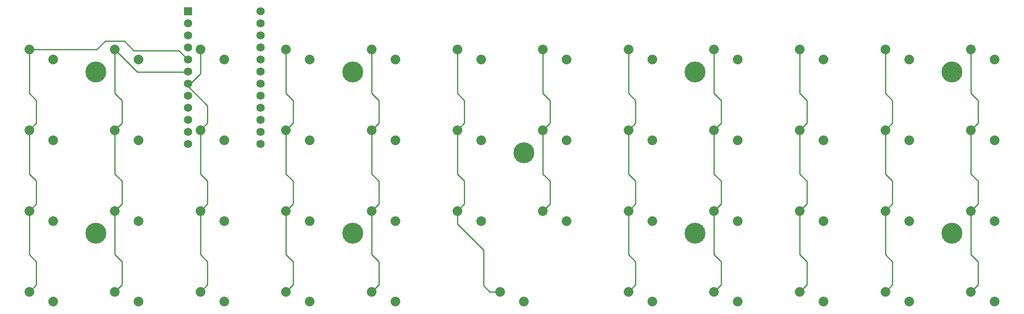
<source format=gbr>
%TF.GenerationSoftware,KiCad,Pcbnew,(5.1.9)-1*%
%TF.CreationDate,2021-08-02T02:46:02+02:00*%
%TF.ProjectId,rooster-pcb,726f6f73-7465-4722-9d70-63622e6b6963,rev?*%
%TF.SameCoordinates,Original*%
%TF.FileFunction,Copper,L1,Top*%
%TF.FilePolarity,Positive*%
%FSLAX46Y46*%
G04 Gerber Fmt 4.6, Leading zero omitted, Abs format (unit mm)*
G04 Created by KiCad (PCBNEW (5.1.9)-1) date 2021-08-02 02:46:02*
%MOMM*%
%LPD*%
G01*
G04 APERTURE LIST*
%TA.AperFunction,ComponentPad*%
%ADD10C,2.032000*%
%TD*%
%TA.AperFunction,ComponentPad*%
%ADD11C,4.400000*%
%TD*%
%TA.AperFunction,ComponentPad*%
%ADD12C,1.752600*%
%TD*%
%TA.AperFunction,ComponentPad*%
%ADD13R,1.752600X1.752600*%
%TD*%
%TA.AperFunction,Conductor*%
%ADD14C,0.250000*%
%TD*%
G04 APERTURE END LIST*
D10*
%TO.P,SW1-5,1*%
%TO.N,Net-(D1-5-Pad2)*%
X132000000Y-64900000D03*
%TO.P,SW1-5,2*%
%TO.N,COL5*%
X127000000Y-62800000D03*
%TD*%
%TO.P,SW1-8,1*%
%TO.N,Net-(D1-8-Pad2)*%
X186000000Y-64900000D03*
%TO.P,SW1-8,2*%
%TO.N,COL8*%
X181000000Y-62800000D03*
%TD*%
%TO.P,SW2-10,1*%
%TO.N,Net-(D2-10-Pad2)*%
X222000000Y-81900000D03*
%TO.P,SW2-10,2*%
%TO.N,COL10*%
X217000000Y-79800000D03*
%TD*%
D11*
%TO.P,M7,1*%
%TO.N,N/C*%
X177000000Y-84500000D03*
%TD*%
%TO.P,M3,1*%
%TO.N,N/C*%
X177000000Y-50500000D03*
%TD*%
%TO.P,M6,1*%
%TO.N,N/C*%
X105000000Y-84500000D03*
%TD*%
%TO.P,M2,1*%
%TO.N,N/C*%
X105000000Y-50500000D03*
%TD*%
%TO.P,M9,1*%
%TO.N,N/C*%
X141000000Y-67500000D03*
%TD*%
%TO.P,M8,1*%
%TO.N,N/C*%
X231000000Y-84500000D03*
%TD*%
%TO.P,M4,1*%
%TO.N,N/C*%
X231000000Y-50500000D03*
%TD*%
%TO.P,M5,1*%
%TO.N,N/C*%
X51000000Y-84500000D03*
%TD*%
%TO.P,M1,1*%
%TO.N,N/C*%
X51000000Y-50500000D03*
%TD*%
D12*
%TO.P,U1,24*%
%TO.N,Net-(U1-Pad24)*%
X85620000Y-37780000D03*
%TO.P,U1,12*%
%TO.N,ROW3*%
X70380000Y-65720000D03*
%TO.P,U1,23*%
%TO.N,GND*%
X85620000Y-40320000D03*
%TO.P,U1,22*%
%TO.N,Net-(U1-Pad22)*%
X85620000Y-42860000D03*
%TO.P,U1,21*%
%TO.N,+5V*%
X85620000Y-45400000D03*
%TO.P,U1,20*%
%TO.N,COL11*%
X85620000Y-47940000D03*
%TO.P,U1,19*%
%TO.N,COL10*%
X85620000Y-50480000D03*
%TO.P,U1,18*%
%TO.N,COL9*%
X85620000Y-53020000D03*
%TO.P,U1,17*%
%TO.N,COL8*%
X85620000Y-55560000D03*
%TO.P,U1,16*%
%TO.N,COL7*%
X85620000Y-58100000D03*
%TO.P,U1,15*%
%TO.N,COL6*%
X85620000Y-60640000D03*
%TO.P,U1,14*%
%TO.N,COL5*%
X85620000Y-63180000D03*
%TO.P,U1,13*%
%TO.N,COL4*%
X85620000Y-65720000D03*
%TO.P,U1,11*%
%TO.N,ROW2*%
X70380000Y-63180000D03*
%TO.P,U1,10*%
%TO.N,ROW1*%
X70380000Y-60640000D03*
%TO.P,U1,9*%
%TO.N,ROW0*%
X70380000Y-58100000D03*
%TO.P,U1,8*%
%TO.N,COL3*%
X70380000Y-55560000D03*
%TO.P,U1,7*%
%TO.N,COL2*%
X70380000Y-53020000D03*
%TO.P,U1,6*%
%TO.N,COL1*%
X70380000Y-50480000D03*
%TO.P,U1,5*%
%TO.N,COL0*%
X70380000Y-47940000D03*
%TO.P,U1,4*%
%TO.N,Net-(U1-Pad4)*%
X70380000Y-45400000D03*
%TO.P,U1,3*%
%TO.N,Net-(U1-Pad3)*%
X70380000Y-42860000D03*
%TO.P,U1,2*%
%TO.N,Net-(U1-Pad2)*%
X70380000Y-40320000D03*
D13*
%TO.P,U1,1*%
%TO.N,Net-(U1-Pad1)*%
X70380000Y-37780000D03*
%TD*%
D10*
%TO.P,SW3-11,1*%
%TO.N,Net-(D3-11-Pad2)*%
X240000000Y-98900000D03*
%TO.P,SW3-11,2*%
%TO.N,COL11*%
X235000000Y-96800000D03*
%TD*%
%TO.P,SW3-10,1*%
%TO.N,Net-(D3-10-Pad2)*%
X222000000Y-98900000D03*
%TO.P,SW3-10,2*%
%TO.N,COL10*%
X217000000Y-96800000D03*
%TD*%
%TO.P,SW3-9,1*%
%TO.N,Net-(D3-9-Pad2)*%
X204000000Y-98900000D03*
%TO.P,SW3-9,2*%
%TO.N,COL9*%
X199000000Y-96800000D03*
%TD*%
%TO.P,SW3-8,1*%
%TO.N,Net-(D3-8-Pad2)*%
X186000000Y-98900000D03*
%TO.P,SW3-8,2*%
%TO.N,COL8*%
X181000000Y-96800000D03*
%TD*%
%TO.P,SW3-7,1*%
%TO.N,Net-(D3-7-Pad2)*%
X168000000Y-98900000D03*
%TO.P,SW3-7,2*%
%TO.N,COL7*%
X163000000Y-96800000D03*
%TD*%
%TO.P,SW3-5,1*%
%TO.N,Net-(D3-5-Pad2)*%
X141000000Y-98900000D03*
%TO.P,SW3-5,2*%
%TO.N,COL5*%
X136000000Y-96800000D03*
%TD*%
%TO.P,SW3-4,1*%
%TO.N,Net-(D3-4-Pad2)*%
X114000000Y-98900000D03*
%TO.P,SW3-4,2*%
%TO.N,COL4*%
X109000000Y-96800000D03*
%TD*%
%TO.P,SW3-3,1*%
%TO.N,Net-(D3-3-Pad2)*%
X96000000Y-98900000D03*
%TO.P,SW3-3,2*%
%TO.N,COL3*%
X91000000Y-96800000D03*
%TD*%
%TO.P,SW3-2,1*%
%TO.N,Net-(D3-2-Pad2)*%
X78000000Y-98900000D03*
%TO.P,SW3-2,2*%
%TO.N,COL2*%
X73000000Y-96800000D03*
%TD*%
%TO.P,SW3-1,1*%
%TO.N,Net-(D3-1-Pad2)*%
X60000000Y-98900000D03*
%TO.P,SW3-1,2*%
%TO.N,COL1*%
X55000000Y-96800000D03*
%TD*%
%TO.P,SW3-0,1*%
%TO.N,Net-(D3-0-Pad2)*%
X42000000Y-98900000D03*
%TO.P,SW3-0,2*%
%TO.N,COL0*%
X37000000Y-96800000D03*
%TD*%
%TO.P,SW2-11,1*%
%TO.N,Net-(D2-11-Pad2)*%
X240000000Y-81900000D03*
%TO.P,SW2-11,2*%
%TO.N,COL11*%
X235000000Y-79800000D03*
%TD*%
%TO.P,SW2-9,1*%
%TO.N,Net-(D2-9-Pad2)*%
X204000000Y-81900000D03*
%TO.P,SW2-9,2*%
%TO.N,COL9*%
X199000000Y-79800000D03*
%TD*%
%TO.P,SW2-8,1*%
%TO.N,Net-(D2-8-Pad2)*%
X186000000Y-81900000D03*
%TO.P,SW2-8,2*%
%TO.N,COL8*%
X181000000Y-79800000D03*
%TD*%
%TO.P,SW2-7,1*%
%TO.N,Net-(D2-7-Pad2)*%
X168000000Y-81900000D03*
%TO.P,SW2-7,2*%
%TO.N,COL7*%
X163000000Y-79800000D03*
%TD*%
%TO.P,SW2-6,1*%
%TO.N,Net-(D2-6-Pad2)*%
X150000000Y-81900000D03*
%TO.P,SW2-6,2*%
%TO.N,COL6*%
X145000000Y-79800000D03*
%TD*%
%TO.P,SW2-5,1*%
%TO.N,Net-(D2-5-Pad2)*%
X132000000Y-81900000D03*
%TO.P,SW2-5,2*%
%TO.N,COL5*%
X127000000Y-79800000D03*
%TD*%
%TO.P,SW2-4,1*%
%TO.N,Net-(D2-4-Pad2)*%
X114000000Y-81900000D03*
%TO.P,SW2-4,2*%
%TO.N,COL4*%
X109000000Y-79800000D03*
%TD*%
%TO.P,SW2-3,1*%
%TO.N,Net-(D2-3-Pad2)*%
X96000000Y-81900000D03*
%TO.P,SW2-3,2*%
%TO.N,COL3*%
X91000000Y-79800000D03*
%TD*%
%TO.P,SW2-2,1*%
%TO.N,Net-(D2-2-Pad2)*%
X78000000Y-81900000D03*
%TO.P,SW2-2,2*%
%TO.N,COL2*%
X73000000Y-79800000D03*
%TD*%
%TO.P,SW2-1,1*%
%TO.N,Net-(D2-1-Pad2)*%
X60000000Y-81900000D03*
%TO.P,SW2-1,2*%
%TO.N,COL1*%
X55000000Y-79800000D03*
%TD*%
%TO.P,SW2-0,1*%
%TO.N,Net-(D2-0-Pad2)*%
X42000000Y-81900000D03*
%TO.P,SW2-0,2*%
%TO.N,COL0*%
X37000000Y-79800000D03*
%TD*%
%TO.P,SW1-11,1*%
%TO.N,Net-(D1-11-Pad2)*%
X240000000Y-64900000D03*
%TO.P,SW1-11,2*%
%TO.N,COL11*%
X235000000Y-62800000D03*
%TD*%
%TO.P,SW1-10,1*%
%TO.N,Net-(D1-10-Pad2)*%
X222000000Y-64900000D03*
%TO.P,SW1-10,2*%
%TO.N,COL10*%
X217000000Y-62800000D03*
%TD*%
%TO.P,SW1-9,1*%
%TO.N,Net-(D1-9-Pad2)*%
X204000000Y-64900000D03*
%TO.P,SW1-9,2*%
%TO.N,COL9*%
X199000000Y-62800000D03*
%TD*%
%TO.P,SW1-7,1*%
%TO.N,Net-(D1-7-Pad2)*%
X168000000Y-64900000D03*
%TO.P,SW1-7,2*%
%TO.N,COL7*%
X163000000Y-62800000D03*
%TD*%
%TO.P,SW1-6,1*%
%TO.N,Net-(D1-6-Pad2)*%
X150000000Y-64900000D03*
%TO.P,SW1-6,2*%
%TO.N,COL6*%
X145000000Y-62800000D03*
%TD*%
%TO.P,SW1-4,1*%
%TO.N,Net-(D1-4-Pad2)*%
X114000000Y-64900000D03*
%TO.P,SW1-4,2*%
%TO.N,COL4*%
X109000000Y-62800000D03*
%TD*%
%TO.P,SW1-3,1*%
%TO.N,Net-(D1-3-Pad2)*%
X96000000Y-64900000D03*
%TO.P,SW1-3,2*%
%TO.N,COL3*%
X91000000Y-62800000D03*
%TD*%
%TO.P,SW1-2,1*%
%TO.N,Net-(D1-2-Pad2)*%
X78000000Y-64900000D03*
%TO.P,SW1-2,2*%
%TO.N,COL2*%
X73000000Y-62800000D03*
%TD*%
%TO.P,SW1-1,1*%
%TO.N,Net-(D1-1-Pad2)*%
X60000000Y-64900000D03*
%TO.P,SW1-1,2*%
%TO.N,COL1*%
X55000000Y-62800000D03*
%TD*%
%TO.P,SW1-0,1*%
%TO.N,Net-(D1-0-Pad2)*%
X42000000Y-64900000D03*
%TO.P,SW1-0,2*%
%TO.N,COL0*%
X37000000Y-62800000D03*
%TD*%
%TO.P,SW0-11,1*%
%TO.N,Net-(D0-11-Pad2)*%
X240000000Y-47900000D03*
%TO.P,SW0-11,2*%
%TO.N,COL11*%
X235000000Y-45800000D03*
%TD*%
%TO.P,SW0-10,1*%
%TO.N,Net-(D0-10-Pad2)*%
X222000000Y-47900000D03*
%TO.P,SW0-10,2*%
%TO.N,COL10*%
X217000000Y-45800000D03*
%TD*%
%TO.P,SW0-9,1*%
%TO.N,Net-(D0-9-Pad2)*%
X204000000Y-47900000D03*
%TO.P,SW0-9,2*%
%TO.N,COL9*%
X199000000Y-45800000D03*
%TD*%
%TO.P,SW0-8,1*%
%TO.N,Net-(D0-8-Pad2)*%
X186000000Y-47900000D03*
%TO.P,SW0-8,2*%
%TO.N,COL8*%
X181000000Y-45800000D03*
%TD*%
%TO.P,SW0-7,1*%
%TO.N,Net-(D0-7-Pad2)*%
X168000000Y-47900000D03*
%TO.P,SW0-7,2*%
%TO.N,COL7*%
X163000000Y-45800000D03*
%TD*%
%TO.P,SW0-6,1*%
%TO.N,Net-(D0-6-Pad2)*%
X150000000Y-47900000D03*
%TO.P,SW0-6,2*%
%TO.N,COL6*%
X145000000Y-45800000D03*
%TD*%
%TO.P,SW0-5,1*%
%TO.N,Net-(D0-5-Pad2)*%
X132000000Y-47900000D03*
%TO.P,SW0-5,2*%
%TO.N,COL5*%
X127000000Y-45800000D03*
%TD*%
%TO.P,SW0-4,1*%
%TO.N,Net-(D0-4-Pad2)*%
X114000000Y-47900000D03*
%TO.P,SW0-4,2*%
%TO.N,COL4*%
X109000000Y-45800000D03*
%TD*%
%TO.P,SW0-3,1*%
%TO.N,Net-(D0-3-Pad2)*%
X96000000Y-47900000D03*
%TO.P,SW0-3,2*%
%TO.N,COL3*%
X91000000Y-45800000D03*
%TD*%
%TO.P,SW0-2,1*%
%TO.N,Net-(D0-2-Pad2)*%
X78000000Y-47900000D03*
%TO.P,SW0-2,2*%
%TO.N,COL2*%
X73000000Y-45800000D03*
%TD*%
%TO.P,SW0-1,1*%
%TO.N,Net-(D0-1-Pad2)*%
X60000000Y-47900000D03*
%TO.P,SW0-1,2*%
%TO.N,COL1*%
X55000000Y-45800000D03*
%TD*%
%TO.P,SW0-0,1*%
%TO.N,Net-(D0-0-Pad2)*%
X42000000Y-47900000D03*
%TO.P,SW0-0,2*%
%TO.N,COL0*%
X37000000Y-45800000D03*
%TD*%
D14*
%TO.N,COL0*%
X37000000Y-96800000D02*
X38500000Y-95300000D01*
X38500000Y-95300000D02*
X38500000Y-90500000D01*
X38500000Y-90500000D02*
X37000000Y-89000000D01*
X37000000Y-89000000D02*
X37000000Y-79800000D01*
X37000000Y-79800000D02*
X38500000Y-78300000D01*
X38500000Y-78300000D02*
X38500000Y-73500000D01*
X38500000Y-73500000D02*
X37000000Y-72000000D01*
X37000000Y-72000000D02*
X37000000Y-62800000D01*
X37000000Y-62800000D02*
X38500000Y-61300000D01*
X38500000Y-61300000D02*
X38500000Y-56500000D01*
X38500000Y-56500000D02*
X37000000Y-55000000D01*
X37000000Y-55000000D02*
X37000000Y-45800000D01*
X37000000Y-45800000D02*
X51200000Y-45800000D01*
X51200000Y-45800000D02*
X53000000Y-44000000D01*
X53000000Y-44000000D02*
X57000000Y-44000000D01*
X57000000Y-44000000D02*
X59000000Y-46000000D01*
X68440000Y-46000000D02*
X70380000Y-47940000D01*
X59000000Y-46000000D02*
X68440000Y-46000000D01*
%TO.N,COL1*%
X55000000Y-96800000D02*
X56500000Y-95300000D01*
X56500000Y-95300000D02*
X56500000Y-90500000D01*
X56500000Y-90500000D02*
X55000000Y-89000000D01*
X55000000Y-89000000D02*
X55000000Y-79800000D01*
X55000000Y-79800000D02*
X56500000Y-78300000D01*
X56500000Y-78300000D02*
X56500000Y-73500000D01*
X56500000Y-73500000D02*
X55000000Y-72000000D01*
X55000000Y-72000000D02*
X55000000Y-62800000D01*
X55000000Y-62800000D02*
X56500000Y-61300000D01*
X56500000Y-61300000D02*
X56500000Y-56500000D01*
X56500000Y-56500000D02*
X55000000Y-55000000D01*
X55020000Y-50480000D02*
X55000000Y-50500000D01*
X55000000Y-50500000D02*
X55000000Y-45800000D01*
X55000000Y-55000000D02*
X55000000Y-50500000D01*
X55000000Y-45800000D02*
X55000000Y-47500000D01*
X55000000Y-45800000D02*
X59700000Y-50500000D01*
X70360000Y-50500000D02*
X70380000Y-50480000D01*
X59700000Y-50500000D02*
X70360000Y-50500000D01*
%TO.N,COL2*%
X73000000Y-96800000D02*
X74500000Y-95300000D01*
X74500000Y-95300000D02*
X74500000Y-90500000D01*
X74500000Y-90500000D02*
X73000000Y-89000000D01*
X73000000Y-89000000D02*
X73000000Y-79800000D01*
X73000000Y-79800000D02*
X74500000Y-78300000D01*
X74500000Y-78300000D02*
X74500000Y-73500000D01*
X74500000Y-73500000D02*
X73000000Y-72000000D01*
X73000000Y-72000000D02*
X73000000Y-62800000D01*
X74500000Y-57640000D02*
X70380000Y-53520000D01*
X74500000Y-61300000D02*
X74500000Y-57640000D01*
X73000000Y-62800000D02*
X74500000Y-61300000D01*
X73000000Y-50900000D02*
X70380000Y-53520000D01*
X73000000Y-45800000D02*
X73000000Y-50900000D01*
%TO.N,COL3*%
X91000000Y-96800000D02*
X92500000Y-95300000D01*
X92500000Y-95300000D02*
X92500000Y-90500000D01*
X92500000Y-90500000D02*
X91000000Y-89000000D01*
X91000000Y-89000000D02*
X91000000Y-79800000D01*
X91000000Y-79800000D02*
X92500000Y-78300000D01*
X92500000Y-78300000D02*
X92500000Y-73500000D01*
X92500000Y-73500000D02*
X91000000Y-72000000D01*
X91000000Y-72000000D02*
X91000000Y-62800000D01*
X91000000Y-62800000D02*
X92500000Y-61300000D01*
X92500000Y-61300000D02*
X92500000Y-56500000D01*
X92500000Y-56500000D02*
X91000000Y-55000000D01*
X91000000Y-55000000D02*
X91000000Y-45800000D01*
%TO.N,COL4*%
X109000000Y-96800000D02*
X110500000Y-95300000D01*
X110500000Y-95300000D02*
X110500000Y-90500000D01*
X110500000Y-90500000D02*
X109000000Y-89000000D01*
X109000000Y-89000000D02*
X109000000Y-79800000D01*
X109000000Y-79800000D02*
X110500000Y-78300000D01*
X110500000Y-78300000D02*
X110500000Y-73500000D01*
X110500000Y-73500000D02*
X109000000Y-72000000D01*
X109000000Y-72000000D02*
X109000000Y-62800000D01*
X109000000Y-62800000D02*
X110500000Y-61300000D01*
X110500000Y-61300000D02*
X110500000Y-56500000D01*
X110500000Y-56500000D02*
X109000000Y-55000000D01*
X109000000Y-55000000D02*
X109000000Y-45800000D01*
%TO.N,COL5*%
X136000000Y-96800000D02*
X133800000Y-96800000D01*
X133800000Y-96800000D02*
X132500000Y-95500000D01*
X127000000Y-82500000D02*
X127000000Y-79800000D01*
X127000000Y-82500000D02*
X132500000Y-88000000D01*
X132500000Y-88000000D02*
X132500000Y-95500000D01*
X127000000Y-79800000D02*
X128500000Y-78300000D01*
X128500000Y-78300000D02*
X128500000Y-73500000D01*
X128500000Y-73500000D02*
X127000000Y-72000000D01*
X127000000Y-72000000D02*
X127000000Y-62800000D01*
X127000000Y-62800000D02*
X128500000Y-61300000D01*
X128500000Y-61300000D02*
X128500000Y-56500000D01*
X128500000Y-56500000D02*
X127000000Y-55000000D01*
X127000000Y-55000000D02*
X127000000Y-45800000D01*
%TO.N,COL6*%
X145000000Y-62800000D02*
X146500000Y-61300000D01*
X146500000Y-61300000D02*
X146500000Y-56500000D01*
X146500000Y-56500000D02*
X145000000Y-55000000D01*
X145000000Y-55000000D02*
X145000000Y-45800000D01*
X145000000Y-79800000D02*
X146500000Y-78300000D01*
X146500000Y-78300000D02*
X146500000Y-73500000D01*
X146500000Y-73500000D02*
X145000000Y-72000000D01*
X145000000Y-72000000D02*
X145000000Y-62800000D01*
%TO.N,COL7*%
X163000000Y-96800000D02*
X164500000Y-95300000D01*
X164500000Y-95300000D02*
X164500000Y-90500000D01*
X164500000Y-90500000D02*
X163000000Y-89000000D01*
X163000000Y-89000000D02*
X163000000Y-79800000D01*
X163000000Y-79800000D02*
X164500000Y-78300000D01*
X164500000Y-78300000D02*
X164500000Y-73500000D01*
X164500000Y-73500000D02*
X163000000Y-72000000D01*
X163000000Y-72000000D02*
X163000000Y-62800000D01*
X163000000Y-62800000D02*
X164500000Y-61300000D01*
X164500000Y-61300000D02*
X164500000Y-56500000D01*
X164500000Y-56500000D02*
X163000000Y-55000000D01*
X163000000Y-55000000D02*
X163000000Y-45800000D01*
%TO.N,COL8*%
X181000000Y-96800000D02*
X182500000Y-95300000D01*
X182500000Y-95300000D02*
X182500000Y-90500000D01*
X182500000Y-90500000D02*
X181000000Y-89000000D01*
X181000000Y-89000000D02*
X181000000Y-79800000D01*
X181000000Y-79800000D02*
X182500000Y-78300000D01*
X182500000Y-78300000D02*
X182500000Y-73500000D01*
X182500000Y-73500000D02*
X181000000Y-72000000D01*
X181000000Y-72000000D02*
X181000000Y-62800000D01*
X181000000Y-62800000D02*
X182500000Y-61300000D01*
X182500000Y-61300000D02*
X182500000Y-56500000D01*
X182500000Y-56500000D02*
X181000000Y-55000000D01*
X181000000Y-55000000D02*
X181000000Y-45800000D01*
%TO.N,COL9*%
X199000000Y-96800000D02*
X200500000Y-95300000D01*
X200500000Y-95300000D02*
X200500000Y-90500000D01*
X200500000Y-90500000D02*
X199000000Y-89000000D01*
X199000000Y-89000000D02*
X199000000Y-79800000D01*
X199000000Y-79800000D02*
X200500000Y-78300000D01*
X200500000Y-78300000D02*
X200500000Y-73500000D01*
X200500000Y-73500000D02*
X199000000Y-72000000D01*
X199000000Y-72000000D02*
X199000000Y-62800000D01*
X199000000Y-62800000D02*
X200500000Y-61300000D01*
X200500000Y-61300000D02*
X200500000Y-56500000D01*
X200500000Y-56500000D02*
X199000000Y-55000000D01*
X199000000Y-55000000D02*
X199000000Y-45800000D01*
%TO.N,COL10*%
X217000000Y-96800000D02*
X218500000Y-95300000D01*
X218500000Y-95300000D02*
X218500000Y-90500000D01*
X218500000Y-90500000D02*
X217000000Y-89000000D01*
X217000000Y-89000000D02*
X217000000Y-79800000D01*
X217000000Y-79800000D02*
X218500000Y-78300000D01*
X217000000Y-62800000D02*
X218500000Y-61300000D01*
X218500000Y-61300000D02*
X218500000Y-56500000D01*
X218500000Y-56500000D02*
X217000000Y-55000000D01*
X217000000Y-55000000D02*
X217000000Y-45800000D01*
X218500000Y-78300000D02*
X218500000Y-73500000D01*
X218500000Y-73500000D02*
X217000000Y-72000000D01*
X217000000Y-72000000D02*
X217000000Y-62800000D01*
%TO.N,COL11*%
X235000000Y-62800000D02*
X236500000Y-61300000D01*
X236500000Y-61300000D02*
X236500000Y-56500000D01*
X236500000Y-56500000D02*
X235000000Y-55000000D01*
X235000000Y-55000000D02*
X235000000Y-45800000D01*
X235000000Y-79800000D02*
X236500000Y-78300000D01*
X236500000Y-78300000D02*
X236500000Y-73500000D01*
X236500000Y-73500000D02*
X235000000Y-72000000D01*
X235000000Y-72000000D02*
X235000000Y-62800000D01*
X235000000Y-96800000D02*
X236500000Y-95300000D01*
X236500000Y-95300000D02*
X236500000Y-90500000D01*
X236500000Y-90500000D02*
X235000000Y-89000000D01*
X235000000Y-89000000D02*
X235000000Y-79800000D01*
%TD*%
M02*

</source>
